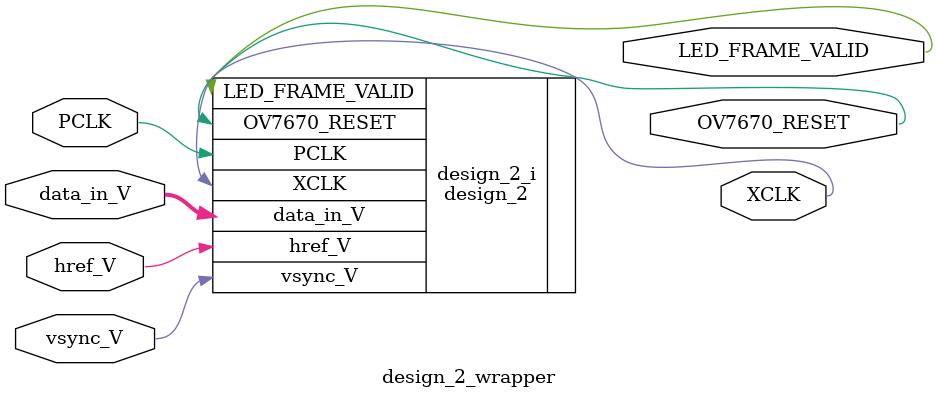
<source format=v>
`timescale 1 ps / 1 ps

module design_2_wrapper
   (LED_FRAME_VALID,
    OV7670_RESET,
    PCLK,
    XCLK,
    data_in_V,
    href_V,
    vsync_V);
  output [0:0]LED_FRAME_VALID;
  output [0:0]OV7670_RESET;
  input PCLK;
  output XCLK;
  input [7:0]data_in_V;
  input [0:0]href_V;
  input [0:0]vsync_V;

  wire [0:0]LED_FRAME_VALID;
  wire [0:0]OV7670_RESET;
  wire PCLK;
  wire XCLK;
  wire [7:0]data_in_V;
  wire [0:0]href_V;
  wire [0:0]vsync_V;

  design_2 design_2_i
       (.LED_FRAME_VALID(LED_FRAME_VALID),
        .OV7670_RESET(OV7670_RESET),
        .PCLK(PCLK),
        .XCLK(XCLK),
        .data_in_V(data_in_V),
        .href_V(href_V),
        .vsync_V(vsync_V));
endmodule

</source>
